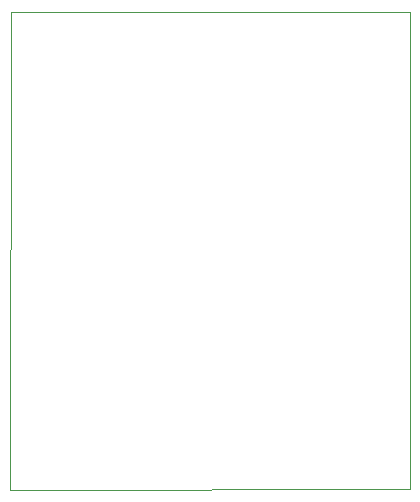
<source format=gbr>
G04 #@! TF.GenerationSoftware,KiCad,Pcbnew,(5.1.4)-1*
G04 #@! TF.CreationDate,2021-01-18T22:47:00+01:00*
G04 #@! TF.ProjectId,Atari XL s-video,41746172-6920-4584-9c20-732d76696465,rev?*
G04 #@! TF.SameCoordinates,Original*
G04 #@! TF.FileFunction,Profile,NP*
%FSLAX46Y46*%
G04 Gerber Fmt 4.6, Leading zero omitted, Abs format (unit mm)*
G04 Created by KiCad (PCBNEW (5.1.4)-1) date 2021-01-18 22:47:00*
%MOMM*%
%LPD*%
G04 APERTURE LIST*
%ADD10C,0.050000*%
G04 APERTURE END LIST*
D10*
X170713400Y-97104200D02*
X204546200Y-97002600D01*
X170789600Y-56642000D02*
X204571600Y-56642000D01*
X170789600Y-56642000D02*
X170713400Y-97104200D01*
X204546200Y-97002600D02*
X204571600Y-56642000D01*
M02*

</source>
